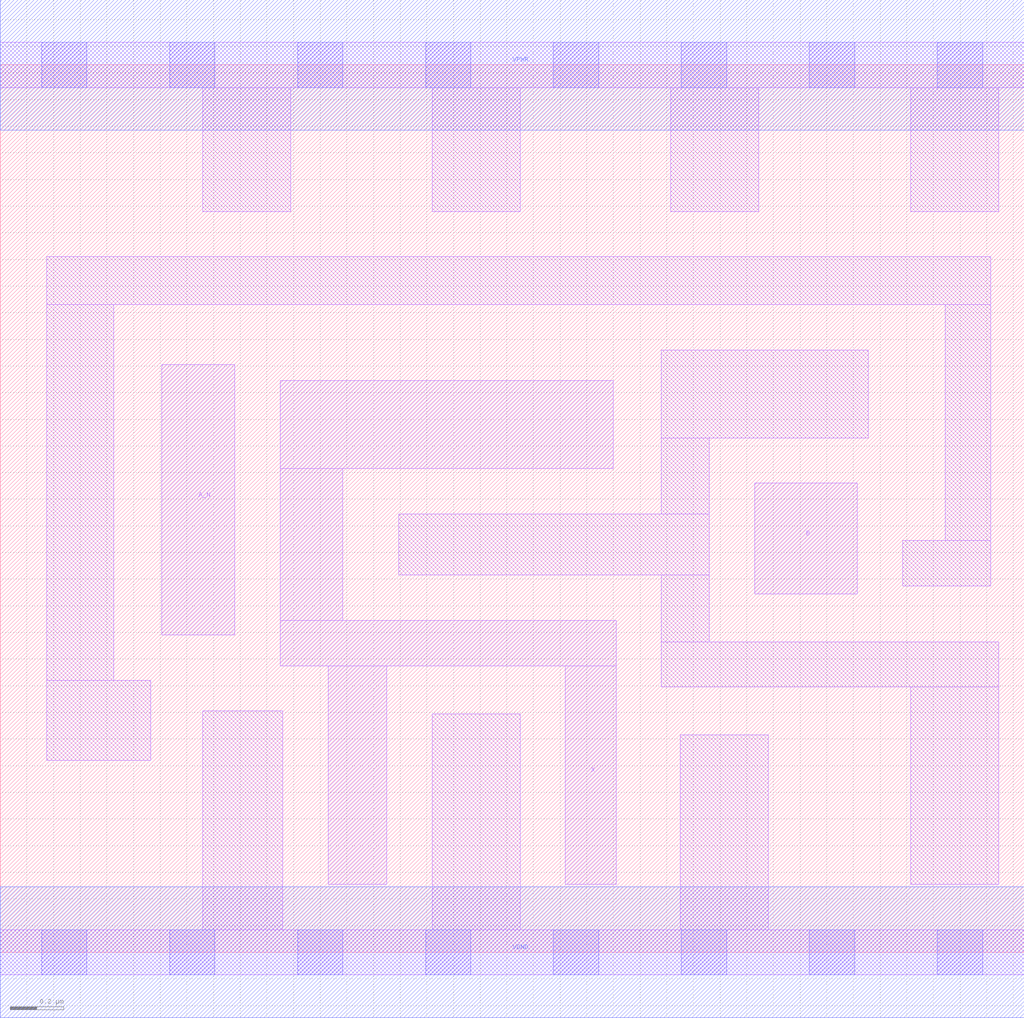
<source format=lef>
# Copyright 2020 The SkyWater PDK Authors
#
# Licensed under the Apache License, Version 2.0 (the "License");
# you may not use this file except in compliance with the License.
# You may obtain a copy of the License at
#
#     https://www.apache.org/licenses/LICENSE-2.0
#
# Unless required by applicable law or agreed to in writing, software
# distributed under the License is distributed on an "AS IS" BASIS,
# WITHOUT WARRANTIES OR CONDITIONS OF ANY KIND, either express or implied.
# See the License for the specific language governing permissions and
# limitations under the License.
#
# SPDX-License-Identifier: Apache-2.0

VERSION 5.7 ;
  NAMESCASESENSITIVE ON ;
  NOWIREEXTENSIONATPIN ON ;
  DIVIDERCHAR "/" ;
  BUSBITCHARS "[]" ;
UNITS
  DATABASE MICRONS 200 ;
END UNITS
MACRO sky130_fd_sc_lp__and2b_4
  CLASS CORE ;
  SOURCE USER ;
  FOREIGN sky130_fd_sc_lp__and2b_4 ;
  ORIGIN  0.000000  0.000000 ;
  SIZE  3.840000 BY  3.330000 ;
  SYMMETRY X Y R90 ;
  SITE unit ;
  PIN A_N
    ANTENNAGATEAREA  0.126000 ;
    DIRECTION INPUT ;
    USE SIGNAL ;
    PORT
      LAYER li1 ;
        RECT 0.605000 1.190000 0.880000 2.205000 ;
    END
  END A_N
  PIN B
    ANTENNAGATEAREA  0.315000 ;
    DIRECTION INPUT ;
    USE SIGNAL ;
    PORT
      LAYER li1 ;
        RECT 2.830000 1.345000 3.215000 1.760000 ;
    END
  END B
  PIN X
    ANTENNADIFFAREA  1.176000 ;
    DIRECTION OUTPUT ;
    USE SIGNAL ;
    PORT
      LAYER li1 ;
        RECT 1.050000 1.075000 2.310000 1.245000 ;
        RECT 1.050000 1.245000 1.285000 1.815000 ;
        RECT 1.050000 1.815000 2.300000 2.145000 ;
        RECT 1.230000 0.255000 1.450000 1.075000 ;
        RECT 2.120000 0.255000 2.310000 1.075000 ;
    END
  END X
  PIN VGND
    DIRECTION INOUT ;
    USE GROUND ;
    PORT
      LAYER met1 ;
        RECT 0.000000 -0.245000 3.840000 0.245000 ;
    END
  END VGND
  PIN VPWR
    DIRECTION INOUT ;
    USE POWER ;
    PORT
      LAYER met1 ;
        RECT 0.000000 3.085000 3.840000 3.575000 ;
    END
  END VPWR
  OBS
    LAYER li1 ;
      RECT 0.000000 -0.085000 3.840000 0.085000 ;
      RECT 0.000000  3.245000 3.840000 3.415000 ;
      RECT 0.175000  0.720000 0.565000 1.020000 ;
      RECT 0.175000  1.020000 0.425000 2.430000 ;
      RECT 0.175000  2.430000 3.715000 2.610000 ;
      RECT 0.760000  0.085000 1.060000 0.905000 ;
      RECT 0.760000  2.780000 1.090000 3.245000 ;
      RECT 1.495000  1.415000 2.660000 1.645000 ;
      RECT 1.620000  0.085000 1.950000 0.895000 ;
      RECT 1.620000  2.780000 1.950000 3.245000 ;
      RECT 2.480000  0.995000 3.745000 1.165000 ;
      RECT 2.480000  1.165000 2.660000 1.415000 ;
      RECT 2.480000  1.645000 2.660000 1.930000 ;
      RECT 2.480000  1.930000 3.255000 2.260000 ;
      RECT 2.515000  2.780000 2.845000 3.245000 ;
      RECT 2.550000  0.085000 2.880000 0.815000 ;
      RECT 3.385000  1.375000 3.715000 1.545000 ;
      RECT 3.415000  0.255000 3.745000 0.995000 ;
      RECT 3.415000  2.780000 3.745000 3.245000 ;
      RECT 3.545000  1.545000 3.715000 2.430000 ;
    LAYER mcon ;
      RECT 0.155000 -0.085000 0.325000 0.085000 ;
      RECT 0.155000  3.245000 0.325000 3.415000 ;
      RECT 0.635000 -0.085000 0.805000 0.085000 ;
      RECT 0.635000  3.245000 0.805000 3.415000 ;
      RECT 1.115000 -0.085000 1.285000 0.085000 ;
      RECT 1.115000  3.245000 1.285000 3.415000 ;
      RECT 1.595000 -0.085000 1.765000 0.085000 ;
      RECT 1.595000  3.245000 1.765000 3.415000 ;
      RECT 2.075000 -0.085000 2.245000 0.085000 ;
      RECT 2.075000  3.245000 2.245000 3.415000 ;
      RECT 2.555000 -0.085000 2.725000 0.085000 ;
      RECT 2.555000  3.245000 2.725000 3.415000 ;
      RECT 3.035000 -0.085000 3.205000 0.085000 ;
      RECT 3.035000  3.245000 3.205000 3.415000 ;
      RECT 3.515000 -0.085000 3.685000 0.085000 ;
      RECT 3.515000  3.245000 3.685000 3.415000 ;
  END
END sky130_fd_sc_lp__and2b_4
END LIBRARY

</source>
